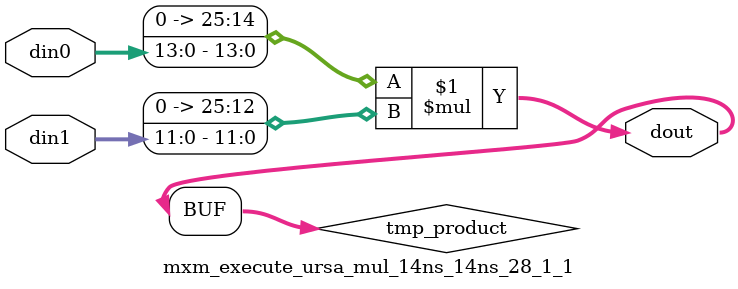
<source format=v>

`timescale 1 ns / 1 ps

  module mxm_execute_ursa_mul_14ns_14ns_28_1_1(din0, din1, dout);
parameter ID = 1;
parameter NUM_STAGE = 0;
parameter din0_WIDTH = 14;
parameter din1_WIDTH = 12;
parameter dout_WIDTH = 26;

input [din0_WIDTH - 1 : 0] din0; 
input [din1_WIDTH - 1 : 0] din1; 
output [dout_WIDTH - 1 : 0] dout;

wire signed [dout_WIDTH - 1 : 0] tmp_product;










assign tmp_product = $signed({1'b0, din0}) * $signed({1'b0, din1});











assign dout = tmp_product;







endmodule

</source>
